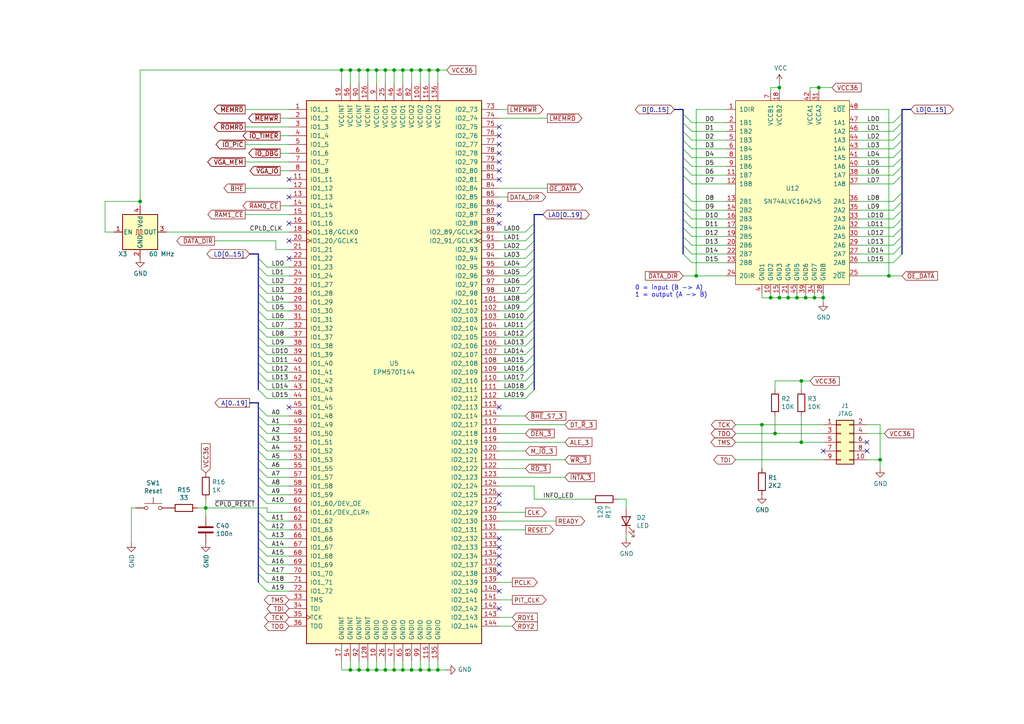
<source format=kicad_sch>
(kicad_sch (version 20230121) (generator eeschema)
  (paper "A4")
  (title_block (title "Mini8086 main system board") (rev "2.1"))
  (junction (at 236.22 86.36))
  (junction (at 40.64 58.42))
  (junction (at 99.06 20.32))
  (junction (at 124.46 20.32))
  (junction (at 104.14 20.32))
  (junction (at 238.76 86.36))
  (junction (at 114.3 194.31))
  (junction (at 121.92 20.32))
  (junction (at 127 20.32))
  (junction (at 224.79 125.73))
  (junction (at 119.38 20.32))
  (junction (at 257.81 80.01))
  (junction (at 127 194.31))
  (junction (at 124.46 194.31))
  (junction (at 220.98 123.19))
  (junction (at 101.6 20.32))
  (junction (at 233.68 86.36))
  (junction (at 232.41 110.49))
  (junction (at 114.3 20.32))
  (junction (at 116.84 20.32))
  (junction (at 111.76 20.32))
  (junction (at 109.22 194.31))
  (junction (at 101.6 194.31))
  (junction (at 111.76 194.31))
  (junction (at 116.84 194.31))
  (junction (at 231.14 86.36))
  (junction (at 226.06 86.36))
  (junction (at 255.27 133.35))
  (junction (at 119.38 194.31))
  (junction (at 109.22 20.32))
  (junction (at 237.49 25.4))
  (junction (at 226.06 25.4))
  (junction (at 228.6 86.36))
  (junction (at 106.68 194.31))
  (junction (at 104.14 194.31))
  (junction (at 232.41 128.27))
  (junction (at 121.92 194.31))
  (junction (at 59.69 147.32))
  (junction (at 223.52 86.36))
  (junction (at 201.93 80.01))
  (junction (at 106.68 20.32))
  (no_connect (at 144.78 49.53))
  (no_connect (at 83.82 64.77))
  (no_connect (at 144.78 52.07))
  (no_connect (at 83.82 52.07))
  (no_connect (at 144.78 176.53))
  (no_connect (at 144.78 46.99))
  (no_connect (at 144.78 44.45))
  (no_connect (at 144.78 156.21))
  (no_connect (at 144.78 36.83))
  (no_connect (at 144.78 161.29))
  (no_connect (at 83.82 57.15))
  (no_connect (at 144.78 158.75))
  (no_connect (at 144.78 62.23))
  (no_connect (at 251.46 128.27))
  (no_connect (at 144.78 59.69))
  (no_connect (at 144.78 41.91))
  (no_connect (at 83.82 118.11))
  (no_connect (at 144.78 171.45))
  (no_connect (at 83.82 69.85))
  (no_connect (at 83.82 74.93))
  (no_connect (at 144.78 163.83))
  (no_connect (at 238.76 130.81))
  (no_connect (at 144.78 146.05))
  (no_connect (at 251.46 130.81))
  (no_connect (at 144.78 64.77))
  (no_connect (at 144.78 143.51))
  (no_connect (at 144.78 39.37))
  (no_connect (at 144.78 118.11))
  (no_connect (at 144.78 166.37))
  (bus_entry (at 259.08 53.34) (size 2.54 -2.54))
  (bus_entry (at 152.4 77.47) (size 2.54 -2.54))
  (bus_entry (at 152.4 69.85) (size 2.54 -2.54))
  (bus_entry (at 77.47 115.57) (size -2.54 -2.54))
  (bus_entry (at 152.4 113.03) (size 2.54 -2.54))
  (bus_entry (at 77.47 133.35) (size -2.54 -2.54))
  (bus_entry (at 77.47 151.13) (size -2.54 -2.54))
  (bus_entry (at 200.66 63.5) (size -2.54 -2.54))
  (bus_entry (at 152.4 82.55) (size 2.54 -2.54))
  (bus_entry (at 259.08 58.42) (size 2.54 -2.54))
  (bus_entry (at 77.47 110.49) (size -2.54 -2.54))
  (bus_entry (at 77.47 105.41) (size -2.54 -2.54))
  (bus_entry (at 200.66 53.34) (size -2.54 -2.54))
  (bus_entry (at 77.47 87.63) (size -2.54 -2.54))
  (bus_entry (at 259.08 63.5) (size 2.54 -2.54))
  (bus_entry (at 152.4 80.01) (size 2.54 -2.54))
  (bus_entry (at 152.4 100.33) (size 2.54 -2.54))
  (bus_entry (at 259.08 48.26) (size 2.54 -2.54))
  (bus_entry (at 77.47 123.19) (size -2.54 -2.54))
  (bus_entry (at 152.4 110.49) (size 2.54 -2.54))
  (bus_entry (at 77.47 92.71) (size -2.54 -2.54))
  (bus_entry (at 77.47 125.73) (size -2.54 -2.54))
  (bus_entry (at 200.66 50.8) (size -2.54 -2.54))
  (bus_entry (at 77.47 95.25) (size -2.54 -2.54))
  (bus_entry (at 77.47 107.95) (size -2.54 -2.54))
  (bus_entry (at 77.47 80.01) (size -2.54 -2.54))
  (bus_entry (at 77.47 161.29) (size -2.54 -2.54))
  (bus_entry (at 152.4 92.71) (size 2.54 -2.54))
  (bus_entry (at 77.47 90.17) (size -2.54 -2.54))
  (bus_entry (at 77.47 77.47) (size -2.54 -2.54))
  (bus_entry (at 200.66 76.2) (size -2.54 -2.54))
  (bus_entry (at 259.08 50.8) (size 2.54 -2.54))
  (bus_entry (at 152.4 102.87) (size 2.54 -2.54))
  (bus_entry (at 259.08 43.18) (size 2.54 -2.54))
  (bus_entry (at 200.66 66.04) (size -2.54 -2.54))
  (bus_entry (at 77.47 135.89) (size -2.54 -2.54))
  (bus_entry (at 259.08 45.72) (size 2.54 -2.54))
  (bus_entry (at 152.4 95.25) (size 2.54 -2.54))
  (bus_entry (at 77.47 128.27) (size -2.54 -2.54))
  (bus_entry (at 77.47 171.45) (size -2.54 -2.54))
  (bus_entry (at 152.4 74.93) (size 2.54 -2.54))
  (bus_entry (at 77.47 102.87) (size -2.54 -2.54))
  (bus_entry (at 152.4 72.39) (size 2.54 -2.54))
  (bus_entry (at 77.47 168.91) (size -2.54 -2.54))
  (bus_entry (at 200.66 58.42) (size -2.54 -2.54))
  (bus_entry (at 77.47 82.55) (size -2.54 -2.54))
  (bus_entry (at 77.47 100.33) (size -2.54 -2.54))
  (bus_entry (at 152.4 90.17) (size 2.54 -2.54))
  (bus_entry (at 259.08 76.2) (size 2.54 -2.54))
  (bus_entry (at 77.47 85.09) (size -2.54 -2.54))
  (bus_entry (at 77.47 158.75) (size -2.54 -2.54))
  (bus_entry (at 77.47 146.05) (size -2.54 -2.54))
  (bus_entry (at 259.08 68.58) (size 2.54 -2.54))
  (bus_entry (at 200.66 60.96) (size -2.54 -2.54))
  (bus_entry (at 152.4 105.41) (size 2.54 -2.54))
  (bus_entry (at 77.47 153.67) (size -2.54 -2.54))
  (bus_entry (at 152.4 115.57) (size 2.54 -2.54))
  (bus_entry (at 152.4 85.09) (size 2.54 -2.54))
  (bus_entry (at 259.08 38.1) (size 2.54 -2.54))
  (bus_entry (at 200.66 68.58) (size -2.54 -2.54))
  (bus_entry (at 259.08 71.12) (size 2.54 -2.54))
  (bus_entry (at 152.4 97.79) (size 2.54 -2.54))
  (bus_entry (at 77.47 113.03) (size -2.54 -2.54))
  (bus_entry (at 152.4 67.31) (size 2.54 -2.54))
  (bus_entry (at 77.47 156.21) (size -2.54 -2.54))
  (bus_entry (at 259.08 35.56) (size 2.54 -2.54))
  (bus_entry (at 77.47 143.51) (size -2.54 -2.54))
  (bus_entry (at 259.08 60.96) (size 2.54 -2.54))
  (bus_entry (at 152.4 107.95) (size 2.54 -2.54))
  (bus_entry (at 200.66 71.12) (size -2.54 -2.54))
  (bus_entry (at 259.08 40.64) (size 2.54 -2.54))
  (bus_entry (at 200.66 45.72) (size -2.54 -2.54))
  (bus_entry (at 77.47 138.43) (size -2.54 -2.54))
  (bus_entry (at 200.66 43.18) (size -2.54 -2.54))
  (bus_entry (at 77.47 130.81) (size -2.54 -2.54))
  (bus_entry (at 200.66 38.1) (size -2.54 -2.54))
  (bus_entry (at 77.47 163.83) (size -2.54 -2.54))
  (bus_entry (at 77.47 97.79) (size -2.54 -2.54))
  (bus_entry (at 200.66 73.66) (size -2.54 -2.54))
  (bus_entry (at 200.66 48.26) (size -2.54 -2.54))
  (bus_entry (at 200.66 40.64) (size -2.54 -2.54))
  (bus_entry (at 259.08 66.04) (size 2.54 -2.54))
  (bus_entry (at 200.66 35.56) (size -2.54 -2.54))
  (bus_entry (at 77.47 120.65) (size -2.54 -2.54))
  (bus_entry (at 259.08 73.66) (size 2.54 -2.54))
  (bus_entry (at 77.47 166.37) (size -2.54 -2.54))
  (bus_entry (at 152.4 87.63) (size 2.54 -2.54))
  (bus_entry (at 77.47 140.97) (size -2.54 -2.54))
  (bus (pts (xy 74.93 148.59) (xy 74.93 151.13)))
  (bus (pts (xy 154.94 87.63) (xy 154.94 90.17)))
  (bus (pts (xy 74.93 110.49) (xy 74.93 113.03)))
  (wire (pts (xy 200.66 50.8) (xy 210.82 50.8)))
  (bus (pts (xy 261.62 45.72) (xy 261.62 48.26)))
  (wire (pts (xy 251.46 125.73) (xy 256.54 125.73)))
  (wire (pts (xy 200.66 43.18) (xy 210.82 43.18)))
  (bus (pts (xy 74.93 77.47) (xy 74.93 80.01)))
  (wire (pts (xy 77.47 138.43) (xy 83.82 138.43)))
  (bus (pts (xy 198.12 43.18) (xy 198.12 45.72)))
  (bus (pts (xy 261.62 58.42) (xy 261.62 60.96)))
  (wire (pts (xy 152.4 115.57) (xy 144.78 115.57)))
  (wire (pts (xy 248.92 45.72) (xy 259.08 45.72)))
  (bus (pts (xy 261.62 31.75) (xy 261.62 33.02)))
  (wire (pts (xy 77.47 85.09) (xy 83.82 85.09)))
  (wire (pts (xy 124.46 194.31) (xy 127 194.31)))
  (wire (pts (xy 144.78 92.71) (xy 152.4 92.71)))
  (bus (pts (xy 74.93 135.89) (xy 74.93 138.43)))
  (wire (pts (xy 232.41 120.65) (xy 232.41 128.27)))
  (wire (pts (xy 77.47 151.13) (xy 83.82 151.13)))
  (wire (pts (xy 223.52 86.36) (xy 226.06 86.36)))
  (wire (pts (xy 144.78 151.13) (xy 161.29 151.13)))
  (wire (pts (xy 144.78 148.59) (xy 152.4 148.59)))
  (wire (pts (xy 124.46 191.77) (xy 124.46 194.31)))
  (wire (pts (xy 233.68 86.36) (xy 233.68 85.09)))
  (wire (pts (xy 106.68 191.77) (xy 106.68 194.31)))
  (wire (pts (xy 248.92 63.5) (xy 259.08 63.5)))
  (wire (pts (xy 124.46 24.13) (xy 124.46 20.32)))
  (wire (pts (xy 200.66 60.96) (xy 210.82 60.96)))
  (wire (pts (xy 144.78 100.33) (xy 152.4 100.33)))
  (wire (pts (xy 248.92 35.56) (xy 259.08 35.56)))
  (wire (pts (xy 111.76 191.77) (xy 111.76 194.31)))
  (wire (pts (xy 220.98 123.19) (xy 220.98 135.89)))
  (wire (pts (xy 163.83 138.43) (xy 144.78 138.43)))
  (wire (pts (xy 83.82 49.53) (xy 81.28 49.53)))
  (wire (pts (xy 257.81 80.01) (xy 248.92 80.01)))
  (bus (pts (xy 74.93 90.17) (xy 74.93 92.71)))
  (wire (pts (xy 200.66 48.26) (xy 210.82 48.26)))
  (wire (pts (xy 101.6 20.32) (xy 104.14 20.32)))
  (wire (pts (xy 77.47 102.87) (xy 83.82 102.87)))
  (wire (pts (xy 99.06 20.32) (xy 101.6 20.32)))
  (wire (pts (xy 200.66 73.66) (xy 210.82 73.66)))
  (wire (pts (xy 109.22 24.13) (xy 109.22 20.32)))
  (bus (pts (xy 74.93 163.83) (xy 74.93 166.37)))
  (bus (pts (xy 154.94 92.71) (xy 154.94 95.25)))
  (bus (pts (xy 261.62 63.5) (xy 261.62 66.04)))
  (wire (pts (xy 220.98 85.09) (xy 220.98 86.36)))
  (bus (pts (xy 261.62 40.64) (xy 261.62 43.18)))
  (wire (pts (xy 77.47 105.41) (xy 83.82 105.41)))
  (wire (pts (xy 226.06 24.13) (xy 226.06 25.4)))
  (wire (pts (xy 77.47 146.05) (xy 83.82 146.05)))
  (wire (pts (xy 144.78 90.17) (xy 152.4 90.17)))
  (wire (pts (xy 83.82 62.23) (xy 71.12 62.23)))
  (wire (pts (xy 33.02 67.31) (xy 30.48 67.31)))
  (wire (pts (xy 152.4 135.89) (xy 144.78 135.89)))
  (wire (pts (xy 224.79 110.49) (xy 232.41 110.49)))
  (wire (pts (xy 200.66 76.2) (xy 210.82 76.2)))
  (bus (pts (xy 74.93 156.21) (xy 74.93 158.75)))
  (wire (pts (xy 163.83 128.27) (xy 144.78 128.27)))
  (wire (pts (xy 144.78 82.55) (xy 152.4 82.55)))
  (wire (pts (xy 200.66 71.12) (xy 210.82 71.12)))
  (bus (pts (xy 74.93 118.11) (xy 74.93 120.65)))
  (bus (pts (xy 154.94 85.09) (xy 154.94 87.63)))
  (wire (pts (xy 83.82 59.69) (xy 81.28 59.69)))
  (bus (pts (xy 198.12 48.26) (xy 198.12 50.8)))
  (wire (pts (xy 59.69 147.32) (xy 77.47 147.32)))
  (wire (pts (xy 30.48 67.31) (xy 30.48 58.42)))
  (wire (pts (xy 213.36 133.35) (xy 238.76 133.35)))
  (bus (pts (xy 198.12 50.8) (xy 198.12 55.88)))
  (bus (pts (xy 74.93 97.79) (xy 74.93 100.33)))
  (wire (pts (xy 101.6 24.13) (xy 101.6 20.32)))
  (wire (pts (xy 106.68 24.13) (xy 106.68 20.32)))
  (bus (pts (xy 154.94 90.17) (xy 154.94 92.71)))
  (bus (pts (xy 74.93 73.66) (xy 72.39 73.66)))
  (wire (pts (xy 233.68 86.36) (xy 236.22 86.36)))
  (wire (pts (xy 38.1 147.32) (xy 39.37 147.32)))
  (wire (pts (xy 152.4 125.73) (xy 144.78 125.73)))
  (wire (pts (xy 77.47 80.01) (xy 83.82 80.01)))
  (wire (pts (xy 77.47 100.33) (xy 83.82 100.33)))
  (wire (pts (xy 77.47 125.73) (xy 83.82 125.73)))
  (wire (pts (xy 109.22 191.77) (xy 109.22 194.31)))
  (bus (pts (xy 154.94 72.39) (xy 154.94 74.93)))
  (wire (pts (xy 144.78 67.31) (xy 152.4 67.31)))
  (wire (pts (xy 152.4 110.49) (xy 144.78 110.49)))
  (bus (pts (xy 74.93 120.65) (xy 74.93 123.19)))
  (wire (pts (xy 148.59 173.99) (xy 144.78 173.99)))
  (wire (pts (xy 77.47 156.21) (xy 83.82 156.21)))
  (wire (pts (xy 210.82 35.56) (xy 200.66 35.56)))
  (wire (pts (xy 106.68 20.32) (xy 109.22 20.32)))
  (wire (pts (xy 163.83 123.19) (xy 144.78 123.19)))
  (wire (pts (xy 83.82 34.29) (xy 81.28 34.29)))
  (wire (pts (xy 77.47 115.57) (xy 83.82 115.57)))
  (wire (pts (xy 236.22 86.36) (xy 238.76 86.36)))
  (wire (pts (xy 251.46 133.35) (xy 255.27 133.35)))
  (wire (pts (xy 231.14 86.36) (xy 231.14 85.09)))
  (wire (pts (xy 77.47 130.81) (xy 83.82 130.81)))
  (wire (pts (xy 144.78 69.85) (xy 152.4 69.85)))
  (wire (pts (xy 104.14 191.77) (xy 104.14 194.31)))
  (bus (pts (xy 74.93 105.41) (xy 74.93 107.95)))
  (wire (pts (xy 224.79 125.73) (xy 213.36 125.73)))
  (wire (pts (xy 152.4 107.95) (xy 144.78 107.95)))
  (wire (pts (xy 147.32 31.75) (xy 144.78 31.75)))
  (bus (pts (xy 154.94 82.55) (xy 154.94 85.09)))
  (wire (pts (xy 232.41 110.49) (xy 232.41 113.03)))
  (bus (pts (xy 74.93 125.73) (xy 74.93 128.27)))
  (wire (pts (xy 99.06 194.31) (xy 101.6 194.31)))
  (wire (pts (xy 234.95 25.4) (xy 237.49 25.4)))
  (bus (pts (xy 74.93 80.01) (xy 74.93 82.55)))
  (wire (pts (xy 200.66 63.5) (xy 210.82 63.5)))
  (wire (pts (xy 129.54 194.31) (xy 127 194.31)))
  (wire (pts (xy 259.08 71.12) (xy 248.92 71.12)))
  (wire (pts (xy 220.98 123.19) (xy 213.36 123.19)))
  (wire (pts (xy 152.4 120.65) (xy 144.78 120.65)))
  (wire (pts (xy 248.92 31.75) (xy 257.81 31.75)))
  (wire (pts (xy 144.78 140.97) (xy 154.94 140.97)))
  (wire (pts (xy 248.92 58.42) (xy 259.08 58.42)))
  (wire (pts (xy 228.6 86.36) (xy 231.14 86.36)))
  (wire (pts (xy 248.92 73.66) (xy 259.08 73.66)))
  (wire (pts (xy 40.64 58.42) (xy 40.64 59.69)))
  (wire (pts (xy 200.66 38.1) (xy 210.82 38.1)))
  (wire (pts (xy 77.47 110.49) (xy 83.82 110.49)))
  (wire (pts (xy 255.27 123.19) (xy 251.46 123.19)))
  (wire (pts (xy 80.01 72.39) (xy 80.01 69.85)))
  (wire (pts (xy 226.06 26.67) (xy 226.06 25.4)))
  (wire (pts (xy 77.47 92.71) (xy 83.82 92.71)))
  (wire (pts (xy 119.38 194.31) (xy 121.92 194.31)))
  (wire (pts (xy 121.92 194.31) (xy 124.46 194.31)))
  (wire (pts (xy 200.66 68.58) (xy 210.82 68.58)))
  (wire (pts (xy 77.47 161.29) (xy 83.82 161.29)))
  (bus (pts (xy 74.93 123.19) (xy 74.93 125.73)))
  (bus (pts (xy 198.12 58.42) (xy 198.12 60.96)))
  (wire (pts (xy 257.81 80.01) (xy 261.62 80.01)))
  (wire (pts (xy 234.95 26.67) (xy 234.95 25.4)))
  (bus (pts (xy 74.93 116.84) (xy 74.93 118.11)))
  (bus (pts (xy 74.93 107.95) (xy 74.93 110.49)))
  (wire (pts (xy 83.82 171.45) (xy 77.47 171.45)))
  (wire (pts (xy 109.22 194.31) (xy 111.76 194.31)))
  (bus (pts (xy 198.12 55.88) (xy 198.12 58.42)))
  (wire (pts (xy 83.82 31.75) (xy 71.12 31.75)))
  (bus (pts (xy 198.12 35.56) (xy 198.12 38.1)))
  (bus (pts (xy 74.93 130.81) (xy 74.93 133.35)))
  (wire (pts (xy 259.08 76.2) (xy 248.92 76.2)))
  (bus (pts (xy 154.94 67.31) (xy 154.94 69.85)))
  (bus (pts (xy 154.94 95.25) (xy 154.94 97.79)))
  (wire (pts (xy 238.76 87.63) (xy 238.76 86.36)))
  (bus (pts (xy 74.93 102.87) (xy 74.93 105.41)))
  (bus (pts (xy 154.94 62.23) (xy 154.94 64.77)))
  (wire (pts (xy 77.47 95.25) (xy 83.82 95.25)))
  (wire (pts (xy 259.08 43.18) (xy 248.92 43.18)))
  (bus (pts (xy 154.94 107.95) (xy 154.94 110.49)))
  (wire (pts (xy 259.08 38.1) (xy 248.92 38.1)))
  (wire (pts (xy 77.47 113.03) (xy 83.82 113.03)))
  (wire (pts (xy 237.49 25.4) (xy 241.3 25.4)))
  (wire (pts (xy 148.59 168.91) (xy 144.78 168.91)))
  (wire (pts (xy 248.92 50.8) (xy 259.08 50.8)))
  (wire (pts (xy 124.46 20.32) (xy 127 20.32)))
  (bus (pts (xy 198.12 68.58) (xy 198.12 71.12)))
  (wire (pts (xy 179.07 144.78) (xy 181.61 144.78)))
  (bus (pts (xy 154.94 62.23) (xy 157.48 62.23)))
  (bus (pts (xy 261.62 33.02) (xy 261.62 35.56)))
  (bus (pts (xy 261.62 55.88) (xy 261.62 58.42)))
  (wire (pts (xy 83.82 44.45) (xy 81.28 44.45)))
  (bus (pts (xy 261.62 31.75) (xy 264.16 31.75)))
  (wire (pts (xy 38.1 147.32) (xy 38.1 157.48)))
  (wire (pts (xy 119.38 24.13) (xy 119.38 20.32)))
  (wire (pts (xy 248.92 68.58) (xy 259.08 68.58)))
  (bus (pts (xy 261.62 66.04) (xy 261.62 68.58)))
  (wire (pts (xy 77.47 77.47) (xy 83.82 77.47)))
  (wire (pts (xy 59.69 147.32) (xy 59.69 149.86)))
  (bus (pts (xy 261.62 43.18) (xy 261.62 45.72)))
  (wire (pts (xy 259.08 66.04) (xy 248.92 66.04)))
  (wire (pts (xy 83.82 46.99) (xy 71.12 46.99)))
  (bus (pts (xy 261.62 68.58) (xy 261.62 71.12)))
  (bus (pts (xy 74.93 128.27) (xy 74.93 130.81)))
  (wire (pts (xy 101.6 191.77) (xy 101.6 194.31)))
  (wire (pts (xy 83.82 72.39) (xy 80.01 72.39)))
  (wire (pts (xy 77.47 128.27) (xy 83.82 128.27)))
  (wire (pts (xy 152.4 130.81) (xy 144.78 130.81)))
  (bus (pts (xy 74.93 158.75) (xy 74.93 161.29)))
  (wire (pts (xy 77.47 120.65) (xy 83.82 120.65)))
  (wire (pts (xy 77.47 107.95) (xy 83.82 107.95)))
  (wire (pts (xy 77.47 97.79) (xy 83.82 97.79)))
  (bus (pts (xy 154.94 100.33) (xy 154.94 102.87)))
  (wire (pts (xy 77.47 166.37) (xy 83.82 166.37)))
  (wire (pts (xy 224.79 113.03) (xy 224.79 110.49)))
  (bus (pts (xy 154.94 69.85) (xy 154.94 72.39)))
  (wire (pts (xy 104.14 20.32) (xy 106.68 20.32)))
  (wire (pts (xy 237.49 25.4) (xy 237.49 26.67)))
  (bus (pts (xy 261.62 60.96) (xy 261.62 63.5)))
  (wire (pts (xy 80.01 69.85) (xy 62.23 69.85)))
  (wire (pts (xy 116.84 191.77) (xy 116.84 194.31)))
  (wire (pts (xy 77.47 143.51) (xy 83.82 143.51)))
  (wire (pts (xy 259.08 53.34) (xy 248.92 53.34)))
  (bus (pts (xy 74.93 73.66) (xy 74.93 74.93)))
  (wire (pts (xy 77.47 90.17) (xy 83.82 90.17)))
  (bus (pts (xy 154.94 77.47) (xy 154.94 80.01)))
  (wire (pts (xy 144.78 74.93) (xy 152.4 74.93)))
  (wire (pts (xy 57.15 147.32) (xy 59.69 147.32)))
  (bus (pts (xy 74.93 85.09) (xy 74.93 87.63)))
  (bus (pts (xy 261.62 48.26) (xy 261.62 50.8)))
  (wire (pts (xy 181.61 144.78) (xy 181.61 147.32)))
  (wire (pts (xy 116.84 24.13) (xy 116.84 20.32)))
  (wire (pts (xy 127 20.32) (xy 127 24.13)))
  (bus (pts (xy 74.93 143.51) (xy 74.93 148.59)))
  (wire (pts (xy 111.76 194.31) (xy 114.3 194.31)))
  (wire (pts (xy 198.12 80.01) (xy 201.93 80.01)))
  (wire (pts (xy 77.47 135.89) (xy 83.82 135.89)))
  (wire (pts (xy 99.06 20.32) (xy 40.64 20.32)))
  (wire (pts (xy 119.38 191.77) (xy 119.38 194.31)))
  (wire (pts (xy 144.78 105.41) (xy 152.4 105.41)))
  (wire (pts (xy 121.92 191.77) (xy 121.92 194.31)))
  (wire (pts (xy 200.66 66.04) (xy 210.82 66.04)))
  (wire (pts (xy 111.76 24.13) (xy 111.76 20.32)))
  (wire (pts (xy 152.4 113.03) (xy 144.78 113.03)))
  (bus (pts (xy 74.93 133.35) (xy 74.93 135.89)))
  (bus (pts (xy 261.62 50.8) (xy 261.62 55.88)))
  (wire (pts (xy 200.66 53.34) (xy 210.82 53.34)))
  (bus (pts (xy 198.12 63.5) (xy 198.12 66.04)))
  (bus (pts (xy 154.94 105.41) (xy 154.94 107.95)))
  (wire (pts (xy 127 20.32) (xy 129.54 20.32)))
  (wire (pts (xy 144.78 102.87) (xy 152.4 102.87)))
  (bus (pts (xy 74.93 92.71) (xy 74.93 95.25)))
  (wire (pts (xy 144.78 97.79) (xy 152.4 97.79)))
  (wire (pts (xy 144.78 85.09) (xy 152.4 85.09)))
  (wire (pts (xy 147.32 57.15) (xy 144.78 57.15)))
  (bus (pts (xy 154.94 64.77) (xy 154.94 67.31)))
  (bus (pts (xy 154.94 110.49) (xy 154.94 113.03)))
  (wire (pts (xy 77.47 82.55) (xy 83.82 82.55)))
  (wire (pts (xy 144.78 153.67) (xy 152.4 153.67)))
  (wire (pts (xy 30.48 58.42) (xy 40.64 58.42)))
  (wire (pts (xy 154.94 144.78) (xy 171.45 144.78)))
  (bus (pts (xy 154.94 102.87) (xy 154.94 105.41)))
  (wire (pts (xy 257.81 31.75) (xy 257.81 80.01)))
  (bus (pts (xy 74.93 151.13) (xy 74.93 153.67)))
  (wire (pts (xy 201.93 31.75) (xy 201.93 80.01)))
  (wire (pts (xy 144.78 72.39) (xy 152.4 72.39)))
  (wire (pts (xy 77.47 153.67) (xy 83.82 153.67)))
  (wire (pts (xy 83.82 67.31) (xy 48.26 67.31)))
  (bus (pts (xy 154.94 74.93) (xy 154.94 77.47)))
  (wire (pts (xy 114.3 24.13) (xy 114.3 20.32)))
  (wire (pts (xy 77.47 158.75) (xy 83.82 158.75)))
  (wire (pts (xy 226.06 86.36) (xy 228.6 86.36)))
  (bus (pts (xy 198.12 71.12) (xy 198.12 73.66)))
  (wire (pts (xy 238.76 86.36) (xy 238.76 85.09)))
  (bus (pts (xy 198.12 45.72) (xy 198.12 48.26)))
  (wire (pts (xy 144.78 54.61) (xy 158.75 54.61)))
  (wire (pts (xy 163.83 133.35) (xy 144.78 133.35)))
  (wire (pts (xy 83.82 54.61) (xy 71.12 54.61)))
  (wire (pts (xy 259.08 60.96) (xy 248.92 60.96)))
  (wire (pts (xy 144.78 80.01) (xy 152.4 80.01)))
  (wire (pts (xy 210.82 58.42) (xy 200.66 58.42)))
  (wire (pts (xy 106.68 194.31) (xy 109.22 194.31)))
  (wire (pts (xy 40.64 20.32) (xy 40.64 58.42)))
  (wire (pts (xy 223.52 86.36) (xy 223.52 85.09)))
  (wire (pts (xy 248.92 40.64) (xy 259.08 40.64)))
  (bus (pts (xy 198.12 60.96) (xy 198.12 63.5)))
  (wire (pts (xy 83.82 148.59) (xy 77.47 148.59)))
  (wire (pts (xy 226.06 85.09) (xy 226.06 86.36)))
  (wire (pts (xy 148.59 181.61) (xy 144.78 181.61)))
  (wire (pts (xy 200.66 40.64) (xy 210.82 40.64)))
  (wire (pts (xy 119.38 20.32) (xy 121.92 20.32)))
  (wire (pts (xy 114.3 20.32) (xy 116.84 20.32)))
  (wire (pts (xy 114.3 194.31) (xy 116.84 194.31)))
  (wire (pts (xy 228.6 86.36) (xy 228.6 85.09)))
  (bus (pts (xy 74.93 140.97) (xy 74.93 143.51)))
  (bus (pts (xy 261.62 38.1) (xy 261.62 40.64)))
  (wire (pts (xy 116.84 194.31) (xy 119.38 194.31)))
  (wire (pts (xy 148.59 179.07) (xy 144.78 179.07)))
  (wire (pts (xy 144.78 77.47) (xy 152.4 77.47)))
  (wire (pts (xy 144.78 87.63) (xy 152.4 87.63)))
  (bus (pts (xy 198.12 40.64) (xy 198.12 43.18)))
  (wire (pts (xy 223.52 25.4) (xy 223.52 26.67)))
  (wire (pts (xy 111.76 20.32) (xy 114.3 20.32)))
  (wire (pts (xy 210.82 31.75) (xy 201.93 31.75)))
  (wire (pts (xy 99.06 24.13) (xy 99.06 20.32)))
  (bus (pts (xy 74.93 100.33) (xy 74.93 102.87)))
  (bus (pts (xy 198.12 31.75) (xy 198.12 33.02)))
  (bus (pts (xy 198.12 33.02) (xy 198.12 35.56)))
  (bus (pts (xy 74.93 153.67) (xy 74.93 156.21)))
  (bus (pts (xy 198.12 66.04) (xy 198.12 68.58)))
  (bus (pts (xy 74.93 87.63) (xy 74.93 90.17)))
  (wire (pts (xy 77.47 148.59) (xy 77.47 147.32)))
  (bus (pts (xy 74.93 161.29) (xy 74.93 163.83)))
  (wire (pts (xy 114.3 191.77) (xy 114.3 194.31)))
  (wire (pts (xy 231.14 86.36) (xy 233.68 86.36)))
  (bus (pts (xy 74.93 82.55) (xy 74.93 85.09)))
  (wire (pts (xy 238.76 123.19) (xy 220.98 123.19)))
  (wire (pts (xy 154.94 140.97) (xy 154.94 144.78)))
  (wire (pts (xy 121.92 20.32) (xy 124.46 20.32)))
  (wire (pts (xy 83.82 36.83) (xy 71.12 36.83)))
  (wire (pts (xy 255.27 133.35) (xy 255.27 123.19)))
  (bus (pts (xy 261.62 71.12) (xy 261.62 73.66)))
  (bus (pts (xy 74.93 116.84) (xy 72.39 116.84)))
  (bus (pts (xy 74.93 166.37) (xy 74.93 168.91)))
  (bus (pts (xy 74.93 74.93) (xy 74.93 77.47)))
  (bus (pts (xy 154.94 80.01) (xy 154.94 82.55)))
  (wire (pts (xy 101.6 194.31) (xy 104.14 194.31)))
  (wire (pts (xy 226.06 25.4) (xy 223.52 25.4)))
  (bus (pts (xy 198.12 31.75) (xy 195.58 31.75)))
  (wire (pts (xy 158.75 34.29) (xy 144.78 34.29)))
  (wire (pts (xy 77.47 140.97) (xy 83.82 140.97)))
  (wire (pts (xy 77.47 123.19) (xy 83.82 123.19)))
  (wire (pts (xy 77.47 163.83) (xy 83.82 163.83)))
  (wire (pts (xy 59.69 147.32) (xy 59.69 144.78)))
  (wire (pts (xy 238.76 125.73) (xy 224.79 125.73)))
  (wire (pts (xy 200.66 45.72) (xy 210.82 45.72)))
  (bus (pts (xy 198.12 38.1) (xy 198.12 40.64)))
  (wire (pts (xy 220.98 86.36) (xy 223.52 86.36)))
  (wire (pts (xy 127 194.31) (xy 127 191.77)))
  (bus (pts (xy 154.94 97.79) (xy 154.94 100.33)))
  (wire (pts (xy 236.22 86.36) (xy 236.22 85.09)))
  (wire (pts (xy 109.22 20.32) (xy 111.76 20.32)))
  (wire (pts (xy 224.79 120.65) (xy 224.79 125.73)))
  (wire (pts (xy 201.93 80.01) (xy 210.82 80.01)))
  (wire (pts (xy 83.82 41.91) (xy 71.12 41.91)))
  (bus (pts (xy 74.93 95.25) (xy 74.93 97.79)))
  (wire (pts (xy 99.06 191.77) (xy 99.06 194.31)))
  (bus (pts (xy 74.93 138.43) (xy 74.93 140.97)))
  (wire (pts (xy 104.14 194.31) (xy 106.68 194.31)))
  (bus (pts (xy 261.62 35.56) (xy 261.62 38.1)))
  (wire (pts (xy 116.84 20.32) (xy 119.38 20.32)))
  (wire (pts (xy 232.41 128.27) (xy 238.76 128.27)))
  (wire (pts (xy 181.61 156.21) (xy 181.61 154.94)))
  (wire (pts (xy 255.27 133.35) (xy 255.27 135.89)))
  (wire (pts (xy 77.47 133.35) (xy 83.82 133.35)))
  (wire (pts (xy 104.14 24.13) (xy 104.14 20.32)))
  (wire (pts (xy 144.78 95.25) (xy 152.4 95.25)))
  (wire (pts (xy 213.36 128.27) (xy 232.41 128.27)))
  (wire (pts (xy 77.47 87.63) (xy 83.82 87.63)))
  (wire (pts (xy 83.82 39.37) (xy 81.28 39.37)))
  (wire (pts (xy 232.41 110.49) (xy 234.95 110.49)))
  (wire (pts (xy 259.08 48.26) (xy 248.92 48.26)))
  (wire (pts (xy 83.82 168.91) (xy 77.47 168.91)))
  (wire (pts (xy 121.92 24.13) (xy 121.92 20.32)))
  (text "0 = input (B -> A)\n1 = output (A -> B)\n" (at 184.15 86.36 0) (effects (font (size 1.27 1.27)) (justify left bottom)))
  (label "LAD0" (at 146.05 67.31 0))
  (label "D12" (at 204.47 68.58 0))
  (label "INFO_LED" (at 157.48 144.78 0))
  (label "A5" (at 78.74 133.35 0))
  (label "LD9" (at 251.46 60.96 0))
  (label "LD11" (at 251.46 66.04 0))
  (label "A1" (at 78.74 123.19 0))
  (label "LAD12" (at 146.05 97.79 0))
  (label "D15" (at 204.47 76.2 0))
  (label "A12" (at 78.74 153.67 0))
  (label "LD2" (at 251.46 40.64 0))
  (label "LD4" (at 78.74 87.63 0))
  (label "D8" (at 204.47 58.42 0))
  (label "D13" (at 204.47 71.12 0))
  (label "D10" (at 204.47 63.5 0))
  (label "A11" (at 78.74 151.13 0))
  (label "D6" (at 204.47 50.8 0))
  (label "LAD18" (at 146.05 113.03 0))
  (label "LAD10" (at 146.05 92.71 0))
  (label "LD14" (at 78.74 113.03 0))
  (label "LD6" (at 251.46 50.8 0))
  (label "LD8" (at 78.74 97.79 0))
  (label "LD5" (at 78.74 90.17 0))
  (label "LD11" (at 78.74 105.41 0))
  (label "LAD11" (at 146.05 95.25 0))
  (label "A17" (at 78.74 166.37 0))
  (label "LAD3" (at 146.05 74.93 0))
  (label "D5" (at 204.47 48.26 0))
  (label "LD1" (at 78.74 80.01 0))
  (label "A8" (at 78.74 140.97 0))
  (label "LAD15" (at 146.05 105.41 0))
  (label "D9" (at 204.47 60.96 0))
  (label "LAD16" (at 146.05 107.95 0))
  (label "LD2" (at 78.74 82.55 0))
  (label "A4" (at 78.74 130.81 0))
  (label "A18" (at 78.74 168.91 0))
  (label "D0" (at 204.47 35.56 0))
  (label "D7" (at 204.47 53.34 0))
  (label "A19" (at 78.74 171.45 0))
  (label "LD0" (at 251.46 35.56 0))
  (label "LAD9" (at 146.05 90.17 0))
  (label "LAD17" (at 146.05 110.49 0))
  (label "D4" (at 204.47 45.72 0))
  (label "LD14" (at 251.46 73.66 0))
  (label "LD10" (at 251.46 63.5 0))
  (label "LD13" (at 78.74 110.49 0))
  (label "D11" (at 204.47 66.04 0))
  (label "~{CPLD_RESET}" (at 62.23 147.32 0))
  (label "LAD19" (at 146.05 115.57 0))
  (label "D3" (at 204.47 43.18 0))
  (label "LD9" (at 78.74 100.33 0))
  (label "LD6" (at 78.74 92.71 0))
  (label "LAD6" (at 146.05 82.55 0))
  (label "LD0" (at 78.74 77.47 0))
  (label "LD1" (at 251.46 38.1 0))
  (label "LAD8" (at 146.05 87.63 0))
  (label "A13" (at 78.74 156.21 0))
  (label "LD3" (at 78.74 85.09 0))
  (label "LD7" (at 251.46 53.34 0))
  (label "LD10" (at 78.74 102.87 0))
  (label "A14" (at 78.74 158.75 0))
  (label "LD13" (at 251.46 71.12 0))
  (label "LAD4" (at 146.05 77.47 0))
  (label "LD8" (at 251.46 58.42 0))
  (label "CPLD_CLK" (at 72.39 67.31 0))
  (label "LAD14" (at 146.05 102.87 0))
  (label "LD15" (at 251.46 76.2 0))
  (label "LD5" (at 251.46 48.26 0))
  (label "A10" (at 78.74 146.05 0))
  (label "A3" (at 78.74 128.27 0))
  (label "A7" (at 78.74 138.43 0))
  (label "LD12" (at 78.74 107.95 0))
  (label "D14" (at 204.47 73.66 0))
  (label "A9" (at 78.74 143.51 0))
  (label "LD15" (at 78.74 115.57 0))
  (label "LAD13" (at 146.05 100.33 0))
  (label "LD12" (at 251.46 68.58 0))
  (label "A6" (at 78.74 135.89 0))
  (label "D1" (at 204.47 38.1 0))
  (label "A0" (at 78.74 120.65 0))
  (label "LD4" (at 251.46 45.72 0))
  (label "LAD7" (at 146.05 85.09 0))
  (label "D2" (at 204.47 40.64 0))
  (label "LAD1" (at 146.05 69.85 0))
  (label "LD3" (at 251.46 43.18 0))
  (label "LAD5" (at 146.05 80.01 0))
  (label "A16" (at 78.74 163.83 0))
  (label "A15" (at 78.74 161.29 0))
  (label "LAD2" (at 146.05 72.39 0))
  (label "LD7" (at 78.74 95.25 0))
  (label "A2" (at 78.74 125.73 0))
  (global_label "RESET" (shape output) (at 152.4 153.67 0) (property "Intersheetrefs" "${INTERSHEET_REFS}" (effects hide)))
  (global_label "VCC36" (shape input) (at 234.95 110.49 0) (property "Intersheetrefs" "${INTERSHEET_REFS}" (effects hide)))
  (global_label "~{INTA_3}" (shape input) (at 163.83 138.43 0) (property "Intersheetrefs" "${INTERSHEET_REFS}" (effects hide)))
  (global_label "~{MEMRD}" (shape output) (at 71.12 31.75 180) (property "Intersheetrefs" "${INTERSHEET_REFS}" (effects hide)))
  (global_label "~{LMEMRD}" (shape output) (at 158.75 34.29 0) (property "Intersheetrefs" "${INTERSHEET_REFS}" (effects hide)))
  (global_label "PIT_CLK" (shape output) (at 148.59 173.99 0) (property "Intersheetrefs" "${INTERSHEET_REFS}" (effects hide)))
  (global_label "~{DATA_DIR}" (shape output) (at 62.23 69.85 180) (property "Intersheetrefs" "${INTERSHEET_REFS}" (effects hide)))
  (global_label "~{IO_TIMER}" (shape output) (at 81.28 39.37 180) (property "Intersheetrefs" "${INTERSHEET_REFS}" (effects hide)))
  (global_label "~{RAM0_CE}" (shape output) (at 81.28 59.69 180) (property "Intersheetrefs" "${INTERSHEET_REFS}" (effects hide)))
  (global_label "DATA_DIR" (shape output) (at 147.32 57.15 0) (property "Intersheetrefs" "${INTERSHEET_REFS}" (effects hide)))
  (global_label "~{LMEMWR}" (shape output) (at 147.32 31.75 0) (property "Intersheetrefs" "${INTERSHEET_REFS}" (effects hide)))
  (global_label "M_~{IO}_3" (shape input) (at 152.4 130.81 0) (property "Intersheetrefs" "${INTERSHEET_REFS}" (effects hide)))
  (global_label "~{RD_3}" (shape input) (at 152.4 135.89 0) (property "Intersheetrefs" "${INTERSHEET_REFS}" (effects hide)))
  (global_label "DT_~{R}_3" (shape input) (at 163.83 123.19 0) (property "Intersheetrefs" "${INTERSHEET_REFS}" (effects hide)))
  (global_label "~{VGA_MEM}" (shape output) (at 71.12 46.99 180) (property "Intersheetrefs" "${INTERSHEET_REFS}" (effects hide)))
  (global_label "RDY2" (shape input) (at 148.59 181.61 0) (property "Intersheetrefs" "${INTERSHEET_REFS}" (effects hide)))
  (global_label "TMS" (shape bidirectional) (at 213.36 128.27 180) (property "Intersheetrefs" "${INTERSHEET_REFS}" (effects hide)))
  (global_label "~{VGA_IO}" (shape output) (at 81.28 49.53 180) (property "Intersheetrefs" "${INTERSHEET_REFS}" (effects hide)))
  (global_label "~{IO_TIMER}" (shape output) (at 81.28 39.37 180) (property "Intersheetrefs" "${INTERSHEET_REFS}" (effects hide)))
  (global_label "ALE_3" (shape input) (at 163.83 128.27 0) (property "Intersheetrefs" "${INTERSHEET_REFS}" (effects hide)))
  (global_label "~{IO_DBG}" (shape output) (at 81.28 44.45 180) (property "Intersheetrefs" "${INTERSHEET_REFS}" (effects hide)))
  (global_label "CLK" (shape output) (at 152.4 148.59 0) (property "Intersheetrefs" "${INTERSHEET_REFS}" (effects hide)))
  (global_label "LD[0..15]" (shape bidirectional) (at 72.39 73.66 180) (property "Intersheetrefs" "${INTERSHEET_REFS}" (effects hide)))
  (global_label "~{BHE}" (shape output) (at 71.12 54.61 180) (property "Intersheetrefs" "${INTERSHEET_REFS}" (effects hide)))
  (global_label "~{VGA_IO}" (shape output) (at 81.28 49.53 180) (property "Intersheetrefs" "${INTERSHEET_REFS}" (effects hide)))
  (global_label "A[0..19]" (shape output) (at 72.39 116.84 180) (property "Intersheetrefs" "${INTERSHEET_REFS}" (effects hide)))
  (global_label "~{OE_DATA}" (shape output) (at 158.75 54.61 0) (property "Intersheetrefs" "${INTERSHEET_REFS}" (effects hide)))
  (global_label "~{IO_PIC}" (shape output) (at 71.12 41.91 180) (property "Intersheetrefs" "${INTERSHEET_REFS}" (effects hide)))
  (global_label "LAD[0..19]" (shape bidirectional) (at 157.48 62.23 0) (property "Intersheetrefs" "${INTERSHEET_REFS}" (effects hide)))
  (global_label "TCK" (shape bidirectional) (at 83.82 179.07 180) (property "Intersheetrefs" "${INTERSHEET_REFS}" (effects hide)))
  (global_label "~{OE_DATA}" (shape input) (at 261.62 80.01 0) (property "Intersheetrefs" "${INTERSHEET_REFS}" (effects hide)))
  (global_label "~{WR_3}" (shape input) (at 163.83 133.35 0) (property "Intersheetrefs" "${INTERSHEET_REFS}" (effects hide)))
  (global_label "TDI" (shape bidirectional) (at 83.82 176.53 180) (property "Intersheetrefs" "${INTERSHEET_REFS}" (effects hide)))
  (global_label "~{VGA_MEM}" (shape output) (at 71.12 46.99 180) (property "Intersheetrefs" "${INTERSHEET_REFS}" (effects hide)))
  (global_label "~{RAM1_CE}" (shape output) (at 71.12 62.23 180) (property "Intersheetrefs" "${INTERSHEET_REFS}" (effects hide)))
  (global_label "~{MEMWR}" (shape output) (at 81.28 34.29 180) (property "Intersheetrefs" "${INTERSHEET_REFS}" (effects hide)))
  (global_label "TMS" (shape bidirectional) (at 83.82 173.99 180) (property "Intersheetrefs" "${INTERSHEET_REFS}" (effects hide)))
  (global_label "TDO" (shape bidirectional) (at 213.36 125.73 180) (property "Intersheetrefs" "${INTERSHEET_REFS}" (effects hide)))
  (global_label "~{DEN_3}" (shape input) (at 152.4 125.73 0) (property "Intersheetrefs" "${INTERSHEET_REFS}" (effects hide)))
  (global_label "READY" (shape output) (at 161.29 151.13 0) (property "Intersheetrefs" "${INTERSHEET_REFS}" (effects hide)))
  (global_label "~{MEMRD}" (shape output) (at 71.12 31.75 180) (property "Intersheetrefs" "${INTERSHEET_REFS}" (effects hide)))
  (global_label "~{DATA_DIR}" (shape input) (at 198.12 80.01 180) (property "Intersheetrefs" "${INTERSHEET_REFS}" (effects hide)))
  (global_label "VCC36" (shape input) (at 241.3 25.4 0) (property "Intersheetrefs" "${INTERSHEET_REFS}" (effects hide)))
  (global_label "D[0..15]" (shape bidirectional) (at 195.58 31.75 180) (property "Intersheetrefs" "${INTERSHEET_REFS}" (effects hide)))
  (global_label "~{ROMRD}" (shape output) (at 71.12 36.83 180) (property "Intersheetrefs" "${INTERSHEET_REFS}" (effects hide)))
  (global_label "VCC36" (shape input) (at 256.54 125.73 0) (property "Intersheetrefs" "${INTERSHEET_REFS}" (effects hide)))
  (global_label "~{BHE}_S7_3" (shape input) (at 152.4 120.65 0) (property "Intersheetrefs" "${INTERSHEET_REFS}" (effects hide)))
  (global_label "RDY1" (shape input) (at 148.59 179.07 0) (property "Intersheetrefs" "${INTERSHEET_REFS}" (effects hide)))
  (global_label "~{IO_DBG}" (shape output) (at 81.28 44.45 180) (property "Intersheetrefs" "${INTERSHEET_REFS}" (effects hide)))
  (global_label "VCC36" (shape input) (at 129.54 20.32 0) (property "Intersheetrefs" "${INTERSHEET_REFS}" (effects hide)))
  (global_label "TDO" (shape bidirectional) (at 83.82 181.61 180) (property "Intersheetrefs" "${INTERSHEET_REFS}" (effects hide)))
  (global_label "~{IO_PIC}" (shape output) (at 71.12 41.91 180) (property "Intersheetrefs" "${INTERSHEET_REFS}" (effects hide)))
  (global_label "~{ROMRD}" (shape output) (at 71.12 36.83 180) (property "Intersheetrefs" "${INTERSHEET_REFS}" (effects hide)))
  (global_label "VCC36" (shape input) (at 59.69 137.16 90) (property "Intersheetrefs" "${INTERSHEET_REFS}" (effects hide)))
  (global_label "TCK" (shape bidirectional) (at 213.36 123.19 180) (property "Intersheetrefs" "${INTERSHEET_REFS}" (effects hide)))
  (global_label "TDI" (shape bidirectional) (at 213.36 133.35 180) (property "Intersheetrefs" "${INTERSHEET_REFS}" (effects hide)))
  (global_label "LD[0..15]" (shape bidirectional) (at 264.16 31.75 0) (property "Intersheetrefs" "${INTERSHEET_REFS}" (effects hide)))
  (global_label "PCLK" (shape output) (at 148.59 168.91 0) (property "Intersheetrefs" "${INTERSHEET_REFS}" (effects hide)))
  (global_label "~{MEMWR}" (shape output) (at 81.28 34.29 180) (property "Intersheetrefs" "${INTERSHEET_REFS}" (effects hide)))
  (symbol (lib_id "CPLD_Altera:EPM570T144") (at 114.3 107.95 0) (unit 1)
    (property "Reference" "U5" (at 114.3 105.41 0))
    (property "Value" "EPM570T144" (at 114.3 107.95 0))
    (property "Footprint" "Package_QFP:LQFP-144_20x20mm_P0.5mm" (effects hide))
    (property "Datasheet" "https://www.altera.com/content/dam/altera-www/global/en_US/pdfs/literature/hb/max2/max2_mii5v1.pdf" (effects hide))
  )
  (symbol (lib_id "Connector_Generic:Conn_02x05_Odd_Even") (at 243.84 128.27 0) (unit 1)
    (property "Reference" "J1" (at 245.11 117.6782 0))
    (property "Value" "JTAG" (at 245.11 119.9896 0))
    (property "Footprint" "Connector_IDC:IDC-Header_2x05_P2.54mm_Vertical" (effects hide))
  )
  (symbol (lib_id "main-rescue:SN74ALVC164245-Mini8086") (at 229.87 55.88 0) (unit 1)
    (property "Reference" "U12" (at 229.87 54.61 0))
    (property "Value" "SN74ALVC164245" (at 229.87 58.42 0))
    (property "Footprint" "Package_SO:SSOP-48_7.5x15.9mm_P0.635mm" (effects hide))
    (instances (project "main" (path "" (reference "U12") (unit 1)) (path "" (reference "U?") (unit 1))))
  )
  (symbol (lib_id "power:GND") (at 238.76 87.63 0) (unit 1)
    (property "Reference" "#PWR0119" (effects hide))
    (property "Value" "GND" (at 238.887 92.0242 0))
    (instances (project "main" (path "" (reference "#PWR0119") (unit 1)) (path "" (reference "#PWR?") (unit 1))))
  )
  (symbol (lib_id "power:VCC") (at 226.06 24.13 0) (unit 1)
    (property "Reference" "#PWR0120" (effects hide))
    (property "Value" "VCC" (at 226.441 19.7358 0))
    (instances (project "main" (path "" (reference "#PWR0120") (unit 1)) (path "" (reference "#PWR?") (unit 1))))
  )
  (symbol (lib_id "power:GND") (at 129.54 194.31 90) (unit 1)
    (property "Reference" "#PWR0115" (effects hide))
    (property "Value" "GND" (at 132.7912 194.183 90) (effects (justify right)))
  )
  (symbol (lib_id "Oscillator:ASE-xxxMHz") (at 40.64 67.31 0) (unit 1)
    (property "Reference" "X3" (at 34.29 73.66 0) (effects (justify left)))
    (property "Value" "60 MHz" (at 43.18 73.66 0) (effects (justify left)))
    (property "Footprint" "Oscillator:Oscillator_SMD_Abracon_ASV-4Pin_7.0x5.1mm" (effects hide))
    (property "Datasheet" "http://www.abracon.com/Oscillators/ASV.pdf" (effects hide))
  )
  (symbol (lib_id "power:GND") (at 40.64 74.93 0) (unit 1)
    (property "Reference" "#PWR0116" (effects hide))
    (property "Value" "GND" (at 40.767 79.3242 0))
  )
  (symbol (lib_id "power:GND") (at 255.27 135.89 0) (unit 1)
    (property "Reference" "#PWR02" (effects hide))
    (property "Value" "GND" (at 255.397 140.2842 0))
  )
  (symbol (lib_id "Device:C") (at 59.69 153.67 0) (unit 1)
    (property "Reference" "C40" (at 62.611 152.5016 0) (effects (justify left)))
    (property "Value" "100n" (at 62.611 154.813 0) (effects (justify left)))
    (property "Footprint" "Capacitor_SMD:C_1206_3216Metric" (effects hide))
  )
  (symbol (lib_id "Device:R") (at 59.69 140.97 0) (unit 1)
    (property "Reference" "R16" (at 61.468 139.8016 0) (effects (justify left)))
    (property "Value" "1K" (at 61.468 142.113 0) (effects (justify left)))
    (property "Footprint" "Resistor_SMD:R_1206_3216Metric" (effects hide))
  )
  (symbol (lib_id "Device:R") (at 53.34 147.32 270) (unit 1)
    (property "Reference" "R15" (at 53.34 142.0622 90))
    (property "Value" "33" (at 53.34 144.3736 90))
    (property "Footprint" "Resistor_SMD:R_1206_3216Metric" (effects hide))
  )
  (symbol (lib_id "Device:R") (at 220.98 139.7 0) (unit 1)
    (property "Reference" "R1" (at 222.758 138.5316 0) (effects (justify left)))
    (property "Value" "2K2" (at 222.758 140.843 0) (effects (justify left)))
    (property "Footprint" "Resistor_SMD:R_1206_3216Metric" (effects hide))
  )
  (symbol (lib_id "Device:R") (at 224.79 116.84 0) (unit 1)
    (property "Reference" "R2" (at 226.568 115.6716 0) (effects (justify left)))
    (property "Value" "10K" (at 226.568 117.983 0) (effects (justify left)))
    (property "Footprint" "Resistor_SMD:R_1206_3216Metric" (effects hide))
  )
  (symbol (lib_id "Device:R") (at 232.41 116.84 0) (unit 1)
    (property "Reference" "R3" (at 234.188 115.6716 0) (effects (justify left)))
    (property "Value" "10K" (at 234.188 117.983 0) (effects (justify left)))
    (property "Footprint" "Resistor_SMD:R_1206_3216Metric" (effects hide))
  )
  (symbol (lib_id "power:GND") (at 59.69 157.48 0) (unit 1)
    (property "Reference" "#PWR06" (effects hide))
    (property "Value" "GND" (at 59.817 160.7312 90) (effects (justify right)))
  )
  (symbol (lib_id "Switch:SW_Push") (at 44.45 147.32 0) (unit 1)
    (property "Reference" "SW1" (at 44.45 140.081 0))
    (property "Value" "Reset" (at 44.45 142.3924 0))
    (property "Footprint" "Button_Switch_SMD:SW_SPST_CK_RS282G05A3" (effects hide))
  )
  (symbol (lib_id "power:GND") (at 38.1 157.48 0) (unit 1)
    (property "Reference" "#PWR05" (effects hide))
    (property "Value" "GND" (at 38.227 160.7312 90) (effects (justify right)))
  )
  (symbol (lib_id "Device:R") (at 175.26 144.78 270) (unit 1)
    (property "Reference" "R17" (at 176.4284 146.558 0) (effects (justify left)))
    (property "Value" "120" (at 174.117 146.558 0) (effects (justify left)))
    (property "Footprint" "Resistor_SMD:R_0805_2012Metric" (effects hide))
  )
  (symbol (lib_id "power:GND") (at 220.98 143.51 0) (unit 1)
    (property "Reference" "#PWR01" (effects hide))
    (property "Value" "GND" (at 221.107 147.9042 0))
  )
  (symbol (lib_id "power:GND") (at 181.61 156.21 0) (unit 1)
    (property "Reference" "#PWR08" (effects hide))
    (property "Value" "GND" (at 181.737 160.6042 0))
  )
  (symbol (lib_id "Device:LED") (at 181.61 151.13 90) (unit 1)
    (property "Reference" "D2" (at 184.6072 150.1394 90) (effects (justify right)))
    (property "Value" "LED" (at 184.6072 152.4508 90) (effects (justify right)))
    (property "Footprint" "LED_SMD:LED_0805_2012Metric_Castellated" (effects hide))
  )
)
</source>
